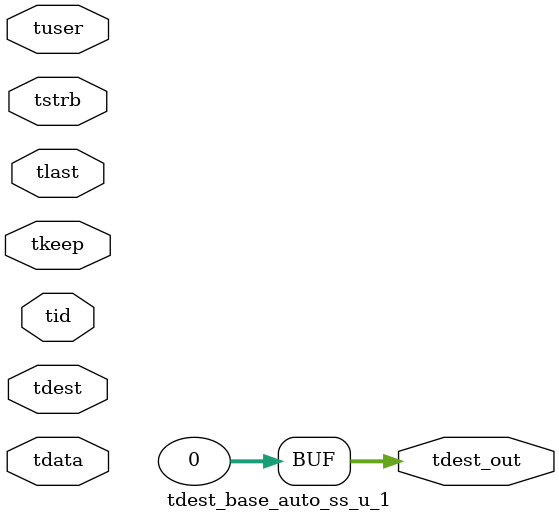
<source format=v>


`timescale 1ps/1ps

module tdest_base_auto_ss_u_1 #
(
parameter C_S_AXIS_TDATA_WIDTH = 32,
parameter C_S_AXIS_TUSER_WIDTH = 0,
parameter C_S_AXIS_TID_WIDTH   = 0,
parameter C_S_AXIS_TDEST_WIDTH = 0,
parameter C_M_AXIS_TDEST_WIDTH = 32
)
(
input  [(C_S_AXIS_TDATA_WIDTH == 0 ? 1 : C_S_AXIS_TDATA_WIDTH)-1:0     ] tdata,
input  [(C_S_AXIS_TUSER_WIDTH == 0 ? 1 : C_S_AXIS_TUSER_WIDTH)-1:0     ] tuser,
input  [(C_S_AXIS_TID_WIDTH   == 0 ? 1 : C_S_AXIS_TID_WIDTH)-1:0       ] tid,
input  [(C_S_AXIS_TDEST_WIDTH == 0 ? 1 : C_S_AXIS_TDEST_WIDTH)-1:0     ] tdest,
input  [(C_S_AXIS_TDATA_WIDTH/8)-1:0 ] tkeep,
input  [(C_S_AXIS_TDATA_WIDTH/8)-1:0 ] tstrb,
input                                                                    tlast,
output [C_M_AXIS_TDEST_WIDTH-1:0] tdest_out
);

assign tdest_out = {1'b0};

endmodule


</source>
